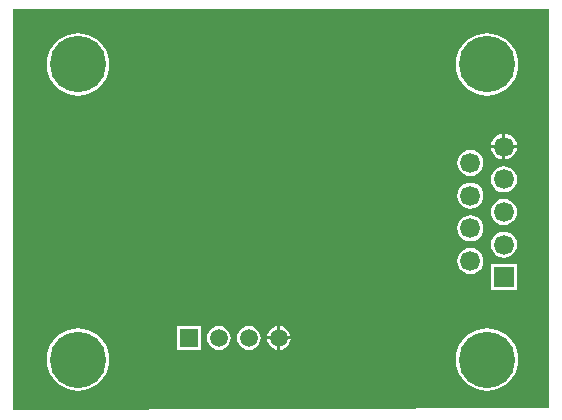
<source format=gbl>
%FSLAX24Y24*%
%MOIN*%
G70*
G01*
G75*
G04 Layer_Physical_Order=2*
G04 Layer_Color=16711680*
%ADD10R,0.0748X0.0472*%
%ADD11R,0.0500X0.0217*%
%ADD12C,0.0150*%
%ADD13C,0.0100*%
%ADD14C,0.1874*%
%ADD15R,0.0665X0.0665*%
%ADD16C,0.0665*%
%ADD17R,0.0591X0.0591*%
%ADD18C,0.0591*%
G36*
X67050Y22000D02*
X49235Y21950D01*
X49200Y21985D01*
Y35300D01*
X67050D01*
Y22000D01*
D02*
G37*
%LPC*%
G36*
X58000Y24742D02*
X57947Y24735D01*
X57851Y24695D01*
X57768Y24632D01*
X57705Y24549D01*
X57665Y24453D01*
X57658Y24400D01*
X58000D01*
Y24742D01*
D02*
G37*
G36*
X58442Y24300D02*
X58100D01*
Y23958D01*
X58153Y23965D01*
X58249Y24005D01*
X58332Y24068D01*
X58395Y24151D01*
X58435Y24247D01*
X58442Y24300D01*
D02*
G37*
G36*
X58100Y24742D02*
Y24400D01*
X58442D01*
X58435Y24453D01*
X58395Y24549D01*
X58332Y24632D01*
X58249Y24695D01*
X58153Y24735D01*
X58100Y24742D01*
D02*
G37*
G36*
X64431Y27351D02*
X64318Y27336D01*
X64213Y27292D01*
X64123Y27223D01*
X64053Y27132D01*
X64010Y27027D01*
X63995Y26914D01*
X64010Y26801D01*
X64053Y26696D01*
X64123Y26606D01*
X64213Y26536D01*
X64318Y26493D01*
X64431Y26478D01*
X64544Y26493D01*
X64649Y26536D01*
X64740Y26606D01*
X64809Y26696D01*
X64853Y26801D01*
X64868Y26914D01*
X64853Y27027D01*
X64809Y27132D01*
X64740Y27223D01*
X64649Y27292D01*
X64544Y27336D01*
X64431Y27351D01*
D02*
G37*
G36*
X65982Y26802D02*
X65117D01*
Y25936D01*
X65982D01*
Y26802D01*
D02*
G37*
G36*
X58000Y24300D02*
X57658D01*
X57665Y24247D01*
X57705Y24151D01*
X57768Y24068D01*
X57851Y24005D01*
X57947Y23965D01*
X58000Y23958D01*
Y24300D01*
D02*
G37*
G36*
X64990Y24671D02*
X64827Y24658D01*
X64669Y24620D01*
X64518Y24558D01*
X64379Y24472D01*
X64255Y24366D01*
X64149Y24242D01*
X64063Y24103D01*
X64001Y23952D01*
X63963Y23793D01*
X63950Y23631D01*
X63963Y23468D01*
X64001Y23309D01*
X64063Y23158D01*
X64149Y23019D01*
X64255Y22895D01*
X64379Y22789D01*
X64518Y22704D01*
X64669Y22641D01*
X64827Y22603D01*
X64990Y22590D01*
X65153Y22603D01*
X65312Y22641D01*
X65462Y22704D01*
X65602Y22789D01*
X65726Y22895D01*
X65832Y23019D01*
X65917Y23158D01*
X65979Y23309D01*
X66018Y23468D01*
X66030Y23631D01*
X66018Y23793D01*
X65979Y23952D01*
X65917Y24103D01*
X65832Y24242D01*
X65726Y24366D01*
X65602Y24472D01*
X65462Y24558D01*
X65312Y24620D01*
X65153Y24658D01*
X64990Y24671D01*
D02*
G37*
G36*
X51350D02*
X51187Y24658D01*
X51029Y24620D01*
X50878Y24558D01*
X50739Y24472D01*
X50614Y24366D01*
X50508Y24242D01*
X50423Y24103D01*
X50361Y23952D01*
X50323Y23793D01*
X50310Y23631D01*
X50323Y23468D01*
X50361Y23309D01*
X50423Y23158D01*
X50508Y23019D01*
X50614Y22895D01*
X50739Y22789D01*
X50878Y22704D01*
X51029Y22641D01*
X51187Y22603D01*
X51350Y22590D01*
X51513Y22603D01*
X51671Y22641D01*
X51822Y22704D01*
X51961Y22789D01*
X52086Y22895D01*
X52192Y23019D01*
X52277Y23158D01*
X52339Y23309D01*
X52377Y23468D01*
X52390Y23631D01*
X52377Y23793D01*
X52339Y23952D01*
X52277Y24103D01*
X52192Y24242D01*
X52086Y24366D01*
X51961Y24472D01*
X51822Y24558D01*
X51671Y24620D01*
X51513Y24658D01*
X51350Y24671D01*
D02*
G37*
G36*
X56050Y24749D02*
X55947Y24735D01*
X55851Y24695D01*
X55768Y24632D01*
X55705Y24549D01*
X55665Y24453D01*
X55651Y24350D01*
X55665Y24247D01*
X55705Y24151D01*
X55768Y24068D01*
X55851Y24005D01*
X55947Y23965D01*
X56050Y23951D01*
X56153Y23965D01*
X56249Y24005D01*
X56332Y24068D01*
X56395Y24151D01*
X56435Y24247D01*
X56449Y24350D01*
X56435Y24453D01*
X56395Y24549D01*
X56332Y24632D01*
X56249Y24695D01*
X56153Y24735D01*
X56050Y24749D01*
D02*
G37*
G36*
X55445Y24745D02*
X54655D01*
Y23955D01*
X55445D01*
Y24745D01*
D02*
G37*
G36*
X57050Y24749D02*
X56947Y24735D01*
X56851Y24695D01*
X56768Y24632D01*
X56705Y24549D01*
X56665Y24453D01*
X56651Y24350D01*
X56665Y24247D01*
X56705Y24151D01*
X56768Y24068D01*
X56851Y24005D01*
X56947Y23965D01*
X57050Y23951D01*
X57153Y23965D01*
X57249Y24005D01*
X57332Y24068D01*
X57395Y24151D01*
X57435Y24247D01*
X57449Y24350D01*
X57435Y24453D01*
X57395Y24549D01*
X57332Y24632D01*
X57249Y24695D01*
X57153Y24735D01*
X57050Y24749D01*
D02*
G37*
G36*
X65499Y31161D02*
X65436Y31153D01*
X65331Y31109D01*
X65241Y31040D01*
X65171Y30949D01*
X65128Y30844D01*
X65119Y30781D01*
X65499D01*
Y31161D01*
D02*
G37*
G36*
X65979Y30681D02*
X65599D01*
Y30301D01*
X65662Y30310D01*
X65767Y30353D01*
X65858Y30423D01*
X65927Y30513D01*
X65971Y30618D01*
X65979Y30681D01*
D02*
G37*
G36*
X65499D02*
X65119D01*
X65128Y30618D01*
X65171Y30513D01*
X65241Y30423D01*
X65331Y30353D01*
X65436Y30310D01*
X65499Y30301D01*
Y30681D01*
D02*
G37*
G36*
X64990Y34510D02*
X64827Y34497D01*
X64669Y34459D01*
X64518Y34396D01*
X64379Y34311D01*
X64255Y34205D01*
X64149Y34081D01*
X64063Y33942D01*
X64001Y33791D01*
X63963Y33632D01*
X63950Y33469D01*
X63963Y33307D01*
X64001Y33148D01*
X64063Y32997D01*
X64149Y32858D01*
X64255Y32734D01*
X64379Y32628D01*
X64518Y32542D01*
X64669Y32480D01*
X64827Y32442D01*
X64990Y32429D01*
X65153Y32442D01*
X65312Y32480D01*
X65462Y32542D01*
X65602Y32628D01*
X65726Y32734D01*
X65832Y32858D01*
X65917Y32997D01*
X65979Y33148D01*
X66018Y33307D01*
X66030Y33469D01*
X66018Y33632D01*
X65979Y33791D01*
X65917Y33942D01*
X65832Y34081D01*
X65726Y34205D01*
X65602Y34311D01*
X65462Y34396D01*
X65312Y34459D01*
X65153Y34497D01*
X64990Y34510D01*
D02*
G37*
G36*
X51350D02*
X51187Y34497D01*
X51029Y34459D01*
X50878Y34396D01*
X50739Y34311D01*
X50614Y34205D01*
X50508Y34081D01*
X50423Y33942D01*
X50361Y33791D01*
X50323Y33632D01*
X50310Y33469D01*
X50323Y33307D01*
X50361Y33148D01*
X50423Y32997D01*
X50508Y32858D01*
X50614Y32734D01*
X50739Y32628D01*
X50878Y32542D01*
X51029Y32480D01*
X51187Y32442D01*
X51350Y32429D01*
X51513Y32442D01*
X51671Y32480D01*
X51822Y32542D01*
X51961Y32628D01*
X52086Y32734D01*
X52192Y32858D01*
X52277Y32997D01*
X52339Y33148D01*
X52377Y33307D01*
X52390Y33469D01*
X52377Y33632D01*
X52339Y33791D01*
X52277Y33942D01*
X52192Y34081D01*
X52086Y34205D01*
X51961Y34311D01*
X51822Y34396D01*
X51671Y34459D01*
X51513Y34497D01*
X51350Y34510D01*
D02*
G37*
G36*
X65599Y31161D02*
Y30781D01*
X65979D01*
X65971Y30844D01*
X65927Y30949D01*
X65858Y31040D01*
X65767Y31109D01*
X65662Y31153D01*
X65599Y31161D01*
D02*
G37*
G36*
X65549Y28986D02*
X65436Y28972D01*
X65331Y28928D01*
X65241Y28859D01*
X65171Y28768D01*
X65128Y28663D01*
X65113Y28550D01*
X65128Y28437D01*
X65171Y28332D01*
X65241Y28241D01*
X65331Y28172D01*
X65436Y28128D01*
X65549Y28114D01*
X65662Y28128D01*
X65767Y28172D01*
X65858Y28241D01*
X65927Y28332D01*
X65971Y28437D01*
X65986Y28550D01*
X65971Y28663D01*
X65927Y28768D01*
X65858Y28859D01*
X65767Y28928D01*
X65662Y28972D01*
X65549Y28986D01*
D02*
G37*
G36*
X64431Y28441D02*
X64318Y28426D01*
X64213Y28383D01*
X64123Y28313D01*
X64053Y28223D01*
X64010Y28118D01*
X63995Y28005D01*
X64010Y27892D01*
X64053Y27787D01*
X64123Y27696D01*
X64213Y27627D01*
X64318Y27583D01*
X64431Y27568D01*
X64544Y27583D01*
X64649Y27627D01*
X64740Y27696D01*
X64809Y27787D01*
X64853Y27892D01*
X64868Y28005D01*
X64853Y28118D01*
X64809Y28223D01*
X64740Y28313D01*
X64649Y28383D01*
X64544Y28426D01*
X64431Y28441D01*
D02*
G37*
G36*
X65549Y27896D02*
X65436Y27881D01*
X65331Y27837D01*
X65241Y27768D01*
X65171Y27678D01*
X65128Y27572D01*
X65113Y27459D01*
X65128Y27346D01*
X65171Y27241D01*
X65241Y27151D01*
X65331Y27082D01*
X65436Y27038D01*
X65549Y27023D01*
X65662Y27038D01*
X65767Y27082D01*
X65858Y27151D01*
X65927Y27241D01*
X65971Y27346D01*
X65986Y27459D01*
X65971Y27572D01*
X65927Y27678D01*
X65858Y27768D01*
X65767Y27837D01*
X65662Y27881D01*
X65549Y27896D01*
D02*
G37*
G36*
X64431Y30622D02*
X64318Y30607D01*
X64213Y30564D01*
X64123Y30494D01*
X64053Y30404D01*
X64010Y30299D01*
X63995Y30186D01*
X64010Y30073D01*
X64053Y29968D01*
X64123Y29877D01*
X64213Y29808D01*
X64318Y29764D01*
X64431Y29749D01*
X64544Y29764D01*
X64649Y29808D01*
X64740Y29877D01*
X64809Y29968D01*
X64853Y30073D01*
X64868Y30186D01*
X64853Y30299D01*
X64809Y30404D01*
X64740Y30494D01*
X64649Y30564D01*
X64544Y30607D01*
X64431Y30622D01*
D02*
G37*
G36*
X65549Y30077D02*
X65436Y30062D01*
X65331Y30018D01*
X65241Y29949D01*
X65171Y29859D01*
X65128Y29753D01*
X65113Y29641D01*
X65128Y29528D01*
X65171Y29422D01*
X65241Y29332D01*
X65331Y29263D01*
X65436Y29219D01*
X65549Y29204D01*
X65662Y29219D01*
X65767Y29263D01*
X65858Y29332D01*
X65927Y29422D01*
X65971Y29528D01*
X65986Y29641D01*
X65971Y29753D01*
X65927Y29859D01*
X65858Y29949D01*
X65767Y30018D01*
X65662Y30062D01*
X65549Y30077D01*
D02*
G37*
G36*
X64431Y29532D02*
X64318Y29517D01*
X64213Y29473D01*
X64123Y29404D01*
X64053Y29313D01*
X64010Y29208D01*
X63995Y29095D01*
X64010Y28982D01*
X64053Y28877D01*
X64123Y28787D01*
X64213Y28717D01*
X64318Y28674D01*
X64431Y28659D01*
X64544Y28674D01*
X64649Y28717D01*
X64740Y28787D01*
X64809Y28877D01*
X64853Y28982D01*
X64868Y29095D01*
X64853Y29208D01*
X64809Y29313D01*
X64740Y29404D01*
X64649Y29473D01*
X64544Y29517D01*
X64431Y29532D01*
D02*
G37*
%LPD*%
D14*
X51350Y23631D02*
D03*
Y33469D02*
D03*
X64990Y23631D02*
D03*
Y33469D02*
D03*
D15*
X65549Y26369D02*
D03*
D16*
X64431Y26914D02*
D03*
X65549Y27459D02*
D03*
Y28550D02*
D03*
Y29641D02*
D03*
Y30731D02*
D03*
X64431Y30186D02*
D03*
Y29095D02*
D03*
Y28005D02*
D03*
D17*
X55050Y24350D02*
D03*
D18*
X56050Y24350D02*
D03*
X57050D02*
D03*
X58050D02*
D03*
M02*

</source>
